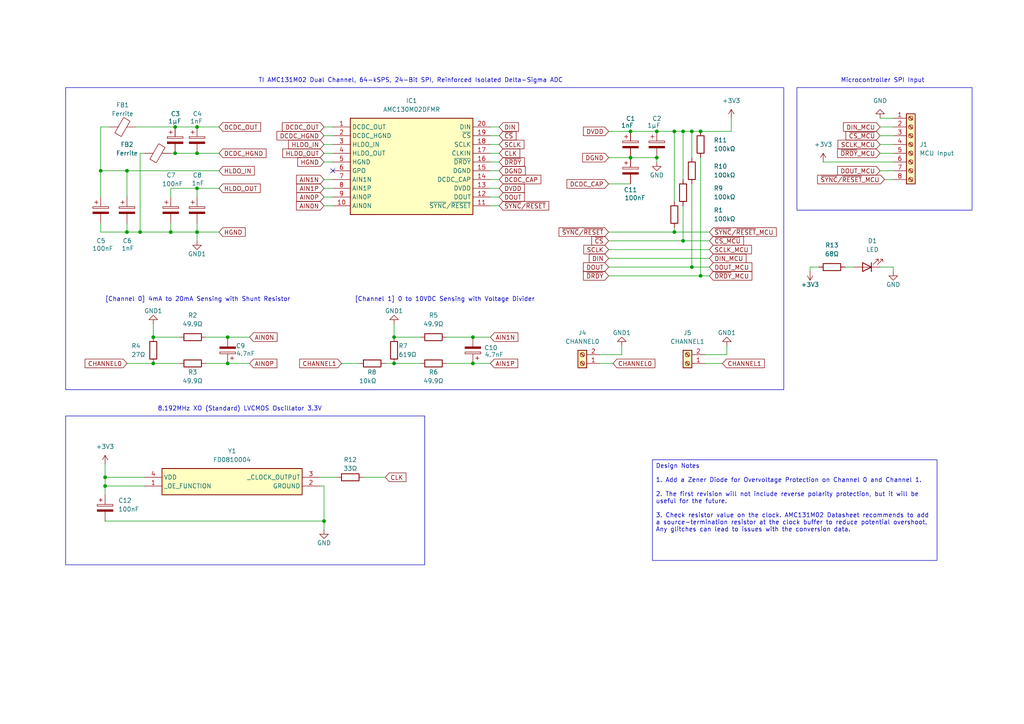
<source format=kicad_sch>
(kicad_sch (version 20230121) (generator eeschema)
  (paper "A4")
  (title_block (title "AMC131M02 Isolated ADC Module") (date "2024-01-29") (rev "1.0") (company "Creed Zagrzebski"))
  (lib_symbols
    (symbol "Connector:Screw_Terminal_01x02" (pin_names (offset 1.016) hide)
      (property "Reference" "J" (at 0 2.54 0))
      (property "Value" "Screw_Terminal_01x02" (at 0 -5.08 0))
      (symbol "Screw_Terminal_01x02_1_1"
        (rectangle (start -1.27 1.27) (end 1.27 -3.81) (stroke (width 0.254)) (fill (type background)))
        (circle (center 0 -2.54) (radius 0.635) (stroke (width 0.1524)))
        (polyline (pts (xy -0.5334 -2.2098) (xy 0.3302 -3.048)) (stroke (width 0.1524)))
        (polyline (pts (xy -0.5334 0.3302) (xy 0.3302 -0.508)) (stroke (width 0.1524)))
        (polyline (pts (xy -0.3556 -2.032) (xy 0.508 -2.8702)) (stroke (width 0.1524)))
        (polyline (pts (xy -0.3556 0.508) (xy 0.508 -0.3302)) (stroke (width 0.1524)))
        (circle (center 0 0) (radius 0.635) (stroke (width 0.1524)))
        (pin passive line (at -5.08 0 0) (length 3.81) (name "Pin_1") (number "1"))
        (pin passive line (at -5.08 -2.54 0) (length 3.81) (name "Pin_2") (number "2"))
      )
    )
    (symbol "Connector:Screw_Terminal_01x08" (pin_names (offset 1.016) hide)
      (property "Reference" "J" (at 0 10.16 0))
      (property "Value" "Screw_Terminal_01x08" (at 0 -12.7 0))
      (symbol "Screw_Terminal_01x08_1_1"
        (rectangle (start -1.27 8.89) (end 1.27 -11.43) (stroke (width 0.254)) (fill (type background)))
        (circle (center 0 -10.16) (radius 0.635) (stroke (width 0.1524)))
        (circle (center 0 -7.62) (radius 0.635) (stroke (width 0.1524)))
        (circle (center 0 -5.08) (radius 0.635) (stroke (width 0.1524)))
        (circle (center 0 -2.54) (radius 0.635) (stroke (width 0.1524)))
        (polyline (pts (xy -0.5334 -9.8298) (xy 0.3302 -10.668)) (stroke (width 0.1524)))
        (polyline (pts (xy -0.5334 -7.2898) (xy 0.3302 -8.128)) (stroke (width 0.1524)))
        (polyline (pts (xy -0.5334 -4.7498) (xy 0.3302 -5.588)) (stroke (width 0.1524)))
        (polyline (pts (xy -0.5334 -2.2098) (xy 0.3302 -3.048)) (stroke (width 0.1524)))
        (polyline (pts (xy -0.5334 0.3302) (xy 0.3302 -0.508)) (stroke (width 0.1524)))
        (polyline (pts (xy -0.5334 2.8702) (xy 0.3302 2.032)) (stroke (width 0.1524)))
        (polyline (pts (xy -0.5334 5.4102) (xy 0.3302 4.572)) (stroke (width 0.1524)))
        (polyline (pts (xy -0.5334 7.9502) (xy 0.3302 7.112)) (stroke (width 0.1524)))
        (polyline (pts (xy -0.3556 -9.652) (xy 0.508 -10.4902)) (stroke (width 0.1524)))
        (polyline (pts (xy -0.3556 -7.112) (xy 0.508 -7.9502)) (stroke (width 0.1524)))
        (polyline (pts (xy -0.3556 -4.572) (xy 0.508 -5.4102)) (stroke (width 0.1524)))
        (polyline (pts (xy -0.3556 -2.032) (xy 0.508 -2.8702)) (stroke (width 0.1524)))
        (polyline (pts (xy -0.3556 0.508) (xy 0.508 -0.3302)) (stroke (width 0.1524)))
        (polyline (pts (xy -0.3556 3.048) (xy 0.508 2.2098)) (stroke (width 0.1524)))
        (polyline (pts (xy -0.3556 5.588) (xy 0.508 4.7498)) (stroke (width 0.1524)))
        (polyline (pts (xy -0.3556 8.128) (xy 0.508 7.2898)) (stroke (width 0.1524)))
        (circle (center 0 0) (radius 0.635) (stroke (width 0.1524)))
        (circle (center 0 2.54) (radius 0.635) (stroke (width 0.1524)))
        (circle (center 0 5.08) (radius 0.635) (stroke (width 0.1524)))
        (circle (center 0 7.62) (radius 0.635) (stroke (width 0.1524)))
        (pin passive line (at -5.08 7.62 0) (length 3.81) (name "Pin_1") (number "1"))
        (pin passive line (at -5.08 5.08 0) (length 3.81) (name "Pin_2") (number "2"))
        (pin passive line (at -5.08 2.54 0) (length 3.81) (name "Pin_3") (number "3"))
        (pin passive line (at -5.08 0 0) (length 3.81) (name "Pin_4") (number "4"))
        (pin passive line (at -5.08 -2.54 0) (length 3.81) (name "Pin_5") (number "5"))
        (pin passive line (at -5.08 -5.08 0) (length 3.81) (name "Pin_6") (number "6"))
        (pin passive line (at -5.08 -7.62 0) (length 3.81) (name "Pin_7") (number "7"))
        (pin passive line (at -5.08 -10.16 0) (length 3.81) (name "Pin_8") (number "8"))
      )
    )
    (symbol "Device:C_Polarized" (pin_numbers hide) (pin_names (offset 0.254))
      (property "Reference" "C" (at 0.635 2.54 0))
      (property "Value" "C_Polarized" (at 0.635 -2.54 0))
      (symbol "C_Polarized_0_1"
        (rectangle (start -2.286 0.508) (end 2.286 1.016))
        (polyline (pts (xy -1.778 2.286) (xy -0.762 2.286)))
        (polyline (pts (xy -1.27 2.794) (xy -1.27 1.778)))
        (rectangle (start 2.286 -0.508) (end -2.286 -1.016) (fill (type outline)))
      )
      (symbol "C_Polarized_1_1"
        (pin passive line (at 0 3.81 270) (length 2.794) (name "~") (number "1"))
        (pin passive line (at 0 -3.81 90) (length 2.794) (name "~") (number "2"))
      )
    )
    (symbol "Device:FerriteBead" (pin_numbers hide) (pin_names (offset 0))
      (property "Reference" "FB" (at -3.81 0.635 90))
      (property "Value" "FerriteBead" (at 3.81 0 90))
      (symbol "FerriteBead_0_1"
        (polyline (pts (xy 0 -1.27) (xy 0 -1.2192)))
        (polyline (pts (xy 0 1.27) (xy 0 1.2954)))
        (polyline (pts (xy -2.7686 0.4064) (xy -1.7018 2.2606) (xy 2.7686 -0.3048) (xy 1.6764 -2.159) (xy -2.7686 0.4064)))
      )
      (symbol "FerriteBead_1_1"
        (pin passive line (at 0 3.81 270) (length 2.54) (name "~") (number "1"))
        (pin passive line (at 0 -3.81 90) (length 2.54) (name "~") (number "2"))
      )
    )
    (symbol "Device:LED" (pin_numbers hide) (pin_names (offset 1.016) hide)
      (property "Reference" "D" (at 0 2.54 0))
      (property "Value" "LED" (at 0 -2.54 0))
      (symbol "LED_0_1"
        (polyline (pts (xy -1.27 -1.27) (xy -1.27 1.27)) (stroke (width 0.254)))
        (polyline (pts (xy -1.27 0) (xy 1.27 0)))
        (polyline (pts (xy 1.27 -1.27) (xy 1.27 1.27) (xy -1.27 0) (xy 1.27 -1.27)) (stroke (width 0.254)))
        (polyline (pts (xy -3.048 -0.762) (xy -4.572 -2.286) (xy -3.81 -2.286) (xy -4.572 -2.286) (xy -4.572 -1.524)))
        (polyline (pts (xy -1.778 -0.762) (xy -3.302 -2.286) (xy -2.54 -2.286) (xy -3.302 -2.286) (xy -3.302 -1.524)))
      )
      (symbol "LED_1_1"
        (pin passive line (at -3.81 0 0) (length 2.54) (name "K") (number "1"))
        (pin passive line (at 3.81 0 180) (length 2.54) (name "A") (number "2"))
      )
    )
    (symbol "Device:R" (pin_numbers hide) (pin_names (offset 0))
      (property "Reference" "R" (at 2.032 0 90))
      (property "Value" "R" (at 0 0 90))
      (symbol "R_0_1"
        (rectangle (start -1.016 -2.54) (end 1.016 2.54) (stroke (width 0.254)))
      )
      (symbol "R_1_1"
        (pin passive line (at 0 3.81 270) (length 1.27) (name "~") (number "1"))
        (pin passive line (at 0 -3.81 90) (length 1.27) (name "~") (number "2"))
      )
    )
    (symbol "LIB_FD0810004:FD0810004"
      (property "Reference" "Y" (at 46.99 7.62 0))
      (property "Value" "FD0810004" (at 46.99 5.08 0))
      (symbol "FD0810004_1_1"
        (rectangle (start 5.08 2.54) (end 45.72 -5.08) (stroke (width 0.254)) (fill (type background)))
        (pin passive line (at 0 -2.54 0) (length 5.08) (name "_OE_FUNCTION") (number "1"))
        (pin passive line (at 50.8 -2.54 180) (length 5.08) (name "GROUND") (number "2"))
        (pin passive line (at 50.8 0 180) (length 5.08) (name "_CLOCK_OUTPUT") (number "3"))
        (pin passive line (at 0 0 0) (length 5.08) (name "VDD") (number "4"))
      )
    )
    (symbol "Lib_AMC130:AMC130M02DFMR"
      (property "Reference" "IC" (at 41.91 7.62 0))
      (property "Value" "AMC130M02DFMR" (at 41.91 5.08 0))
      (symbol "AMC130M02DFMR_1_1"
        (rectangle (start 5.08 2.54) (end 40.64 -25.4) (stroke (width 0.254)) (fill (type background)))
        (pin passive line (at 0 0 0) (length 5.08) (name "DCDC_OUT") (number "1"))
        (pin passive line (at 0 -22.86 0) (length 5.08) (name "AIN0N") (number "10"))
        (pin passive line (at 45.72 -22.86 180) (length 5.08) (name "~{SYNC}/~{RESET}") (number "11"))
        (pin passive line (at 45.72 -20.32 180) (length 5.08) (name "DOUT") (number "12"))
        (pin passive line (at 45.72 -17.78 180) (length 5.08) (name "DVDD") (number "13"))
        (pin passive line (at 45.72 -15.24 180) (length 5.08) (name "DCDC_CAP") (number "14"))
        (pin passive line (at 45.72 -12.7 180) (length 5.08) (name "DGND") (number "15"))
        (pin passive line (at 45.72 -10.16 180) (length 5.08) (name "~{DRDY}") (number "16"))
        (pin passive line (at 45.72 -7.62 180) (length 5.08) (name "CLKIN") (number "17"))
        (pin passive line (at 45.72 -5.08 180) (length 5.08) (name "SCLK") (number "18"))
        (pin passive line (at 45.72 -2.54 180) (length 5.08) (name "~{CS}") (number "19"))
        (pin passive line (at 0 -2.54 0) (length 5.08) (name "DCDC_HGND") (number "2"))
        (pin passive line (at 45.72 0 180) (length 5.08) (name "DIN") (number "20"))
        (pin passive line (at 0 -5.08 0) (length 5.08) (name "HLDO_IN") (number "3"))
        (pin passive line (at 0 -7.62 0) (length 5.08) (name "HLDO_OUT") (number "4"))
        (pin passive line (at 0 -10.16 0) (length 5.08) (name "HGND") (number "5"))
        (pin passive line (at 0 -12.7 0) (length 5.08) (name "GPO") (number "6"))
        (pin passive line (at 0 -15.24 0) (length 5.08) (name "AIN1N") (number "7"))
        (pin passive line (at 0 -17.78 0) (length 5.08) (name "AIN1P") (number "8"))
        (pin passive line (at 0 -20.32 0) (length 5.08) (name "AIN0P") (number "9"))
      )
    )
    (symbol "power:+3V3" (power) (pin_names (offset 0))
      (property "Value" "+3V3" (at 0 3.556 0))
      (symbol "+3V3_0_1"
        (polyline (pts (xy -0.762 1.27) (xy 0 2.54)))
        (polyline (pts (xy 0 0) (xy 0 2.54)))
        (polyline (pts (xy 0 2.54) (xy 0.762 1.27)))
      )
      (symbol "+3V3_1_1"
        (pin power_in line (at 0 0 90) (length 0) hide (name "+3V3") (number "1"))
      )
    )
    (symbol "power:GND" (power) (pin_names (offset 0))
      (property "Value" "GND" (at 0 -3.81 0))
      (symbol "GND_0_1"
        (polyline (pts (xy 0 0) (xy 0 -1.27) (xy 1.27 -1.27) (xy 0 -2.54) (xy -1.27 -1.27) (xy 0 -1.27)))
      )
      (symbol "GND_1_1"
        (pin power_in line (at 0 0 270) (length 0) hide (name "GND") (number "1"))
      )
    )
    (symbol "power:GND1" (power) (pin_names (offset 0))
      (property "Value" "GND1" (at 0 -3.81 0))
      (symbol "GND1_0_1"
        (polyline (pts (xy 0 0) (xy 0 -1.27) (xy 1.27 -1.27) (xy 0 -2.54) (xy -1.27 -1.27) (xy 0 -1.27)))
      )
      (symbol "GND1_1_1"
        (pin power_in line (at 0 0 270) (length 0) hide (name "GND1") (number "1"))
      )
    )
  )
  (junction (at 200.66 77.47))
  (junction (at 50.8 44.45))
  (junction (at 195.58 67.31))
  (junction (at 57.15 54.61))
  (junction (at 203.2 38.1))
  (junction (at 190.5 38.1))
  (junction (at 36.83 49.53))
  (junction (at 114.3 105.41))
  (junction (at 114.3 97.79))
  (junction (at 195.58 38.1))
  (junction (at 66.04 105.41))
  (junction (at 93.98 151.13))
  (junction (at 66.04 97.79))
  (junction (at 200.66 38.1))
  (junction (at 30.48 140.97))
  (junction (at 137.16 97.79))
  (junction (at 198.12 69.85))
  (junction (at 29.21 49.53))
  (junction (at 40.64 67.31))
  (junction (at 57.15 44.45))
  (junction (at 30.48 138.43))
  (junction (at 50.8 36.83))
  (junction (at 190.5 45.72))
  (junction (at 182.88 45.72))
  (junction (at 36.83 67.31))
  (junction (at 137.16 105.41))
  (junction (at 198.12 38.1))
  (junction (at 57.15 36.83))
  (junction (at 182.88 38.1))
  (junction (at 57.15 67.31))
  (junction (at 44.45 97.79))
  (junction (at 49.53 67.31))
  (junction (at 44.45 105.41))
  (junction (at 203.2 80.01))
  (no_connect (at 96.52 49.53))
  (wire (pts (xy 255.27 44.45) (xy 259.08 44.45)))
  (wire (pts (xy 129.54 105.41) (xy 137.16 105.41)))
  (wire (pts (xy 238.76 46.99) (xy 259.08 46.99)))
  (wire (pts (xy 93.98 52.07) (xy 96.52 52.07)))
  (wire (pts (xy 30.48 140.97) (xy 30.48 143.51)))
  (wire (pts (xy 93.98 44.45) (xy 96.52 44.45)))
  (wire (pts (xy 255.27 41.91) (xy 259.08 41.91)))
  (wire (pts (xy 190.5 38.1) (xy 195.58 38.1)))
  (wire (pts (xy 93.98 59.69) (xy 96.52 59.69)))
  (wire (pts (xy 176.53 67.31) (xy 195.58 67.31)))
  (wire (pts (xy 57.15 36.83) (xy 63.5 36.83)))
  (wire (pts (xy 93.98 57.15) (xy 96.52 57.15)))
  (wire (pts (xy 195.58 38.1) (xy 195.58 58.42)))
  (wire (pts (xy 49.53 44.45) (xy 50.8 44.45)))
  (wire (pts (xy 44.45 105.41) (xy 52.07 105.41)))
  (wire (pts (xy 57.15 44.45) (xy 63.5 44.45)))
  (wire (pts (xy 182.88 38.1) (xy 190.5 38.1)))
  (wire (pts (xy 142.24 52.07) (xy 144.78 52.07)))
  (wire (pts (xy 212.09 34.29) (xy 212.09 38.1)))
  (wire (pts (xy 30.48 134.62) (xy 30.48 138.43)))
  (wire (pts (xy 93.98 41.91) (xy 96.52 41.91)))
  (wire (pts (xy 204.47 102.87) (xy 210.82 102.87)))
  (wire (pts (xy 99.06 105.41) (xy 104.14 105.41)))
  (wire (pts (xy 142.24 49.53) (xy 144.78 49.53)))
  (wire (pts (xy 198.12 69.85) (xy 205.74 69.85)))
  (wire (pts (xy 44.45 93.98) (xy 44.45 97.79)))
  (wire (pts (xy 31.75 36.83) (xy 29.21 36.83)))
  (wire (pts (xy 49.53 67.31) (xy 57.15 67.31)))
  (wire (pts (xy 176.53 69.85) (xy 198.12 69.85)))
  (wire (pts (xy 195.58 66.04) (xy 195.58 67.31)))
  (wire (pts (xy 30.48 151.13) (xy 93.98 151.13)))
  (wire (pts (xy 200.66 38.1) (xy 203.2 38.1)))
  (wire (pts (xy 129.54 97.79) (xy 137.16 97.79)))
  (wire (pts (xy 36.83 64.77) (xy 36.83 67.31)))
  (wire (pts (xy 142.24 36.83) (xy 144.78 36.83)))
  (wire (pts (xy 203.2 45.72) (xy 203.2 80.01)))
  (wire (pts (xy 44.45 97.79) (xy 52.07 97.79)))
  (wire (pts (xy 195.58 67.31) (xy 205.74 67.31)))
  (wire (pts (xy 234.95 78.74) (xy 234.95 77.47)))
  (wire (pts (xy 93.98 36.83) (xy 96.52 36.83)))
  (wire (pts (xy 176.53 38.1) (xy 182.88 38.1)))
  (wire (pts (xy 57.15 54.61) (xy 49.53 54.61)))
  (wire (pts (xy 114.3 93.98) (xy 114.3 97.79)))
  (wire (pts (xy 93.98 151.13) (xy 93.98 153.67)))
  (wire (pts (xy 245.11 77.47) (xy 247.65 77.47)))
  (wire (pts (xy 93.98 140.97) (xy 93.98 151.13)))
  (wire (pts (xy 195.58 38.1) (xy 198.12 38.1)))
  (wire (pts (xy 176.53 80.01) (xy 203.2 80.01)))
  (wire (pts (xy 204.47 105.41) (xy 209.55 105.41)))
  (wire (pts (xy 255.27 77.47) (xy 259.08 77.47)))
  (wire (pts (xy 182.88 45.72) (xy 190.5 45.72)))
  (wire (pts (xy 176.53 72.39) (xy 205.74 72.39)))
  (wire (pts (xy 36.83 49.53) (xy 63.5 49.53)))
  (wire (pts (xy 198.12 38.1) (xy 198.12 52.07)))
  (wire (pts (xy 59.69 105.41) (xy 66.04 105.41)))
  (wire (pts (xy 40.64 67.31) (xy 49.53 67.31)))
  (wire (pts (xy 39.37 36.83) (xy 50.8 36.83)))
  (wire (pts (xy 57.15 64.77) (xy 57.15 67.31)))
  (wire (pts (xy 57.15 54.61) (xy 57.15 57.15)))
  (wire (pts (xy 105.41 138.43) (xy 111.76 138.43)))
  (wire (pts (xy 173.99 105.41) (xy 177.8 105.41)))
  (wire (pts (xy 30.48 138.43) (xy 30.48 140.97)))
  (wire (pts (xy 176.53 53.34) (xy 182.88 53.34)))
  (wire (pts (xy 36.83 49.53) (xy 36.83 57.15)))
  (wire (pts (xy 41.91 44.45) (xy 40.64 44.45)))
  (wire (pts (xy 259.08 52.07) (xy 256.54 52.07)))
  (wire (pts (xy 180.34 102.87) (xy 173.99 102.87)))
  (wire (pts (xy 50.8 44.45) (xy 57.15 44.45)))
  (wire (pts (xy 36.83 105.41) (xy 44.45 105.41)))
  (wire (pts (xy 142.24 39.37) (xy 144.78 39.37)))
  (wire (pts (xy 180.34 100.33) (xy 180.34 102.87)))
  (wire (pts (xy 29.21 49.53) (xy 36.83 49.53)))
  (wire (pts (xy 49.53 54.61) (xy 49.53 57.15)))
  (wire (pts (xy 142.24 57.15) (xy 144.78 57.15)))
  (wire (pts (xy 176.53 74.93) (xy 205.74 74.93)))
  (wire (pts (xy 114.3 97.79) (xy 121.92 97.79)))
  (wire (pts (xy 36.83 67.31) (xy 40.64 67.31)))
  (wire (pts (xy 57.15 67.31) (xy 57.15 69.85)))
  (wire (pts (xy 142.24 44.45) (xy 144.78 44.45)))
  (wire (pts (xy 255.27 49.53) (xy 259.08 49.53)))
  (wire (pts (xy 255.27 36.83) (xy 259.08 36.83)))
  (wire (pts (xy 200.66 77.47) (xy 205.74 77.47)))
  (wire (pts (xy 30.48 140.97) (xy 41.91 140.97)))
  (wire (pts (xy 50.8 36.83) (xy 57.15 36.83)))
  (wire (pts (xy 57.15 67.31) (xy 63.5 67.31)))
  (wire (pts (xy 93.98 46.99) (xy 96.52 46.99)))
  (wire (pts (xy 111.76 105.41) (xy 114.3 105.41)))
  (wire (pts (xy 200.66 53.34) (xy 200.66 77.47)))
  (wire (pts (xy 198.12 38.1) (xy 200.66 38.1)))
  (wire (pts (xy 259.08 34.29) (xy 255.27 34.29)))
  (wire (pts (xy 92.71 138.43) (xy 97.79 138.43)))
  (wire (pts (xy 93.98 54.61) (xy 96.52 54.61)))
  (wire (pts (xy 210.82 102.87) (xy 210.82 100.33)))
  (wire (pts (xy 203.2 38.1) (xy 212.09 38.1)))
  (wire (pts (xy 198.12 59.69) (xy 198.12 69.85)))
  (wire (pts (xy 259.08 77.47) (xy 259.08 78.74)))
  (wire (pts (xy 142.24 59.69) (xy 144.78 59.69)))
  (wire (pts (xy 93.98 39.37) (xy 96.52 39.37)))
  (wire (pts (xy 176.53 45.72) (xy 182.88 45.72)))
  (wire (pts (xy 29.21 67.31) (xy 36.83 67.31)))
  (wire (pts (xy 255.27 39.37) (xy 259.08 39.37)))
  (wire (pts (xy 92.71 140.97) (xy 93.98 140.97)))
  (wire (pts (xy 176.53 77.47) (xy 200.66 77.47)))
  (wire (pts (xy 29.21 49.53) (xy 29.21 57.15)))
  (wire (pts (xy 190.5 45.72) (xy 190.5 46.99)))
  (wire (pts (xy 40.64 44.45) (xy 40.64 67.31)))
  (wire (pts (xy 66.04 97.79) (xy 72.39 97.79)))
  (wire (pts (xy 66.04 105.41) (xy 72.39 105.41)))
  (wire (pts (xy 137.16 105.41) (xy 142.24 105.41)))
  (wire (pts (xy 63.5 54.61) (xy 57.15 54.61)))
  (wire (pts (xy 59.69 97.79) (xy 66.04 97.79)))
  (wire (pts (xy 30.48 138.43) (xy 41.91 138.43)))
  (wire (pts (xy 142.24 46.99) (xy 144.78 46.99)))
  (wire (pts (xy 234.95 77.47) (xy 237.49 77.47)))
  (wire (pts (xy 200.66 38.1) (xy 200.66 45.72)))
  (wire (pts (xy 29.21 64.77) (xy 29.21 67.31)))
  (wire (pts (xy 137.16 97.79) (xy 142.24 97.79)))
  (wire (pts (xy 49.53 64.77) (xy 49.53 67.31)))
  (wire (pts (xy 203.2 80.01) (xy 205.74 80.01)))
  (wire (pts (xy 142.24 41.91) (xy 144.78 41.91)))
  (wire (pts (xy 29.21 36.83) (xy 29.21 49.53)))
  (wire (pts (xy 114.3 105.41) (xy 121.92 105.41)))
  (wire (pts (xy 142.24 54.61) (xy 144.78 54.61)))
  (rectangle (start 19.05 25.4) (end 227.33 113.03))
  (rectangle (start 231.14 25.4) (end 281.94 60.96))
  (rectangle (start 19.05 120.65) (end 123.19 163.83))
  (text_box "Design Notes\n\n1. Add a Zener Diode for Overvoltage Protection on Channel 0 and Channel 1.\n\n2. The first revision will not include reverse polarity protection, but it will be useful for the future.\n\n3. Check resistor value on the clock. AMC131M02 Datasheet recommends to add a source-termination resistor at the clock buffer to reduce potential overshoot. Any glitches can lead to issues with the conversion data." (at 189.23 133.35 0) (size 82.55 29.21) (effects (font (size 1.27 1.27)) (justify left top)))
  (text "8.192MHz XO (Standard) LVCMOS Oscillator 3.3V" (at 45.72 119.38 0) (effects (font (size 1.27 1.27)) (justify left bottom)))
  (text "[Channel 0] 4mA to 20mA Sensing with Shunt Resistor\n" (at 30.48 87.63 0) (effects (font (size 1.27 1.27)) (justify left bottom)))
  (text "[Channel 1] 0 to 10VDC Sensing with Voltage Divider" (at 102.87 87.63 0) (effects (font (size 1.27 1.27)) (justify left bottom)))
  (text "TI AMC131M02 Dual Channel, 64-kSPS, 24-Bit SPI, Reinforced Isolated Delta-Sigma ADC" (at 74.93 24.13 0) (effects (font (size 1.27 1.27)) (justify left bottom)))
  (text "Microcontroller SPI Input" (at 243.84 24.13 0) (effects (font (size 1.27 1.27)) (justify left bottom)))
  (global_label "DOUT" (shape input) (at 176.53 77.47 180) (property "Intersheetrefs" "${INTERSHEET_REFS}" (effects hide)))
  (global_label "~{DRDY}_MCU" (shape input) (at 205.74 80.01 0) (property "Intersheetrefs" "${INTERSHEET_REFS}" (effects hide)))
  (global_label "DVDD" (shape input) (at 144.78 54.61 0) (property "Intersheetrefs" "${INTERSHEET_REFS}" (effects hide)))
  (global_label "DIN" (shape input) (at 144.78 36.83 0) (property "Intersheetrefs" "${INTERSHEET_REFS}" (effects hide)))
  (global_label "HGND" (shape input) (at 63.5 67.31 0) (property "Intersheetrefs" "${INTERSHEET_REFS}" (effects hide)))
  (global_label "CLK" (shape input) (at 144.78 44.45 0) (property "Intersheetrefs" "${INTERSHEET_REFS}" (effects hide)))
  (global_label "DCDC_OUT" (shape input) (at 93.98 36.83 180) (property "Intersheetrefs" "${INTERSHEET_REFS}" (effects hide)))
  (global_label "DOUT" (shape input) (at 144.78 57.15 0) (property "Intersheetrefs" "${INTERSHEET_REFS}" (effects hide)))
  (global_label "DIN_MCU" (shape input) (at 205.74 74.93 0) (property "Intersheetrefs" "${INTERSHEET_REFS}" (effects hide)))
  (global_label "DIN_MCU" (shape input) (at 255.27 36.83 180) (property "Intersheetrefs" "${INTERSHEET_REFS}" (effects hide)))
  (global_label "AIN1P" (shape input) (at 142.24 105.41 0) (property "Intersheetrefs" "${INTERSHEET_REFS}" (effects hide)))
  (global_label "AIN0N" (shape input) (at 93.98 59.69 180) (property "Intersheetrefs" "${INTERSHEET_REFS}" (effects hide)))
  (global_label "SCLK_MCU" (shape input) (at 255.27 41.91 180) (property "Intersheetrefs" "${INTERSHEET_REFS}" (effects hide)))
  (global_label "CHANNEL0" (shape input) (at 36.83 105.41 180) (property "Intersheetrefs" "${INTERSHEET_REFS}" (effects hide)))
  (global_label "~{SYNC}{slash}~{RESET}_MCU" (shape input) (at 256.54 52.07 180) (property "Intersheetrefs" "${INTERSHEET_REFS}" (effects hide)))
  (global_label "AIN1P" (shape input) (at 93.98 54.61 180) (property "Intersheetrefs" "${INTERSHEET_REFS}" (effects hide)))
  (global_label "~{DRDY}" (shape input) (at 144.78 46.99 0) (property "Intersheetrefs" "${INTERSHEET_REFS}" (effects hide)))
  (global_label "~{CS_MCU}" (shape input) (at 205.74 69.85 0) (property "Intersheetrefs" "${INTERSHEET_REFS}" (effects hide)))
  (global_label "DGND" (shape input) (at 144.78 49.53 0) (property "Intersheetrefs" "${INTERSHEET_REFS}" (effects hide)))
  (global_label "HLDO_IN" (shape input) (at 93.98 41.91 180) (property "Intersheetrefs" "${INTERSHEET_REFS}" (effects hide)))
  (global_label "SCLK_MCU" (shape input) (at 205.74 72.39 0) (property "Intersheetrefs" "${INTERSHEET_REFS}" (effects hide)))
  (global_label "~{SYNC}{slash}~{RESET}" (shape input) (at 176.53 67.31 180) (property "Intersheetrefs" "${INTERSHEET_REFS}" (effects hide)))
  (global_label "SCLK" (shape input) (at 176.53 72.39 180) (property "Intersheetrefs" "${INTERSHEET_REFS}" (effects hide)))
  (global_label "CHANNEL0" (shape input) (at 177.8 105.41 0) (property "Intersheetrefs" "${INTERSHEET_REFS}" (effects hide)))
  (global_label "CHANNEL1" (shape input) (at 99.06 105.41 180) (property "Intersheetrefs" "${INTERSHEET_REFS}" (effects hide)))
  (global_label "DCDC_HGND" (shape input) (at 93.98 39.37 180) (property "Intersheetrefs" "${INTERSHEET_REFS}" (effects hide)))
  (global_label "DIN" (shape input) (at 176.53 74.93 180) (property "Intersheetrefs" "${INTERSHEET_REFS}" (effects hide)))
  (global_label "HLDO_OUT" (shape input) (at 93.98 44.45 180) (property "Intersheetrefs" "${INTERSHEET_REFS}" (effects hide)))
  (global_label "~{SYNC}{slash}~{RESET}" (shape input) (at 144.78 59.69 0) (property "Intersheetrefs" "${INTERSHEET_REFS}" (effects hide)))
  (global_label "~{CS_MCU}" (shape input) (at 255.27 39.37 180) (property "Intersheetrefs" "${INTERSHEET_REFS}" (effects hide)))
  (global_label "DCDC_OUT" (shape input) (at 63.5 36.83 0) (property "Intersheetrefs" "${INTERSHEET_REFS}" (effects hide)))
  (global_label "DOUT_MCU" (shape input) (at 255.27 49.53 180) (property "Intersheetrefs" "${INTERSHEET_REFS}" (effects hide)))
  (global_label "CHANNEL1" (shape input) (at 209.55 105.41 0) (property "Intersheetrefs" "${INTERSHEET_REFS}" (effects hide)))
  (global_label "~{DRDY}_MCU" (shape input) (at 255.27 44.45 180) (property "Intersheetrefs" "${INTERSHEET_REFS}" (effects hide)))
  (global_label "SCLK" (shape input) (at 144.78 41.91 0) (property "Intersheetrefs" "${INTERSHEET_REFS}" (effects hide)))
  (global_label "DOUT_MCU" (shape input) (at 205.74 77.47 0) (property "Intersheetrefs" "${INTERSHEET_REFS}" (effects hide)))
  (global_label "~{SYNC}{slash}~{RESET}_MCU" (shape input) (at 205.74 67.31 0) (property "Intersheetrefs" "${INTERSHEET_REFS}" (effects hide)))
  (global_label "AIN0P" (shape input) (at 93.98 57.15 180) (property "Intersheetrefs" "${INTERSHEET_REFS}" (effects hide)))
  (global_label "HLDO_OUT" (shape input) (at 63.5 54.61 0) (property "Intersheetrefs" "${INTERSHEET_REFS}" (effects hide)))
  (global_label "AIN0P" (shape input) (at 72.39 105.41 0) (property "Intersheetrefs" "${INTERSHEET_REFS}" (effects hide)))
  (global_label "HLDO_IN" (shape input) (at 63.5 49.53 0) (property "Intersheetrefs" "${INTERSHEET_REFS}" (effects hide)))
  (global_label "DCDC_HGND" (shape input) (at 63.5 44.45 0) (property "Intersheetrefs" "${INTERSHEET_REFS}" (effects hide)))
  (global_label "DVDD" (shape input) (at 176.53 38.1 180) (property "Intersheetrefs" "${INTERSHEET_REFS}" (effects hide)))
  (global_label "DGND" (shape input) (at 176.53 45.72 180) (property "Intersheetrefs" "${INTERSHEET_REFS}" (effects hide)))
  (global_label "DCDC_CAP" (shape input) (at 176.53 53.34 180) (property "Intersheetrefs" "${INTERSHEET_REFS}" (effects hide)))
  (global_label "~{CS}" (shape input) (at 144.78 39.37 0) (property "Intersheetrefs" "${INTERSHEET_REFS}" (effects hide)))
  (global_label "HGND" (shape input) (at 93.98 46.99 180) (property "Intersheetrefs" "${INTERSHEET_REFS}" (effects hide)))
  (global_label "DCDC_CAP" (shape input) (at 144.78 52.07 0) (property "Intersheetrefs" "${INTERSHEET_REFS}" (effects hide)))
  (global_label "~{CS}" (shape input) (at 176.53 69.85 180) (property "Intersheetrefs" "${INTERSHEET_REFS}" (effects hide)))
  (global_label "AIN1N" (shape input) (at 93.98 52.07 180) (property "Intersheetrefs" "${INTERSHEET_REFS}" (effects hide)))
  (global_label "~{DRDY}" (shape input) (at 176.53 80.01 180) (property "Intersheetrefs" "${INTERSHEET_REFS}" (effects hide)))
  (global_label "AIN0N" (shape input) (at 72.39 97.79 0) (property "Intersheetrefs" "${INTERSHEET_REFS}" (effects hide)))
  (global_label "CLK" (shape input) (at 111.76 138.43 0) (property "Intersheetrefs" "${INTERSHEET_REFS}" (effects hide)))
  (global_label "AIN1N" (shape input) (at 142.24 97.79 0) (property "Intersheetrefs" "${INTERSHEET_REFS}" (effects hide)))
  (symbol (lib_id "Device:C_Polarized") (at 50.8 40.64 0) (unit 1)
    (property "Reference" "C3" (at 49.53 33.02 0) (effects (justify left)))
    (property "Value" "1µF" (at 48.7766 35.1643 0) (effects (justify left)))
    (property "Footprint" "Resistor_SMD:R_0805_2012Metric" (effects hide))
    (property "Datasheet" "https://www.digikey.com/en/products/detail/samsung-electro-mechanics/CL21B105KBFNNNE/3886687" (effects hide))
    (property "DigiKey_Part_Number" "1276-1029-1-ND" (effects hide))
  )
  (symbol (lib_id "Device:C_Polarized") (at 36.83 60.96 0) (unit 1)
    (property "Reference" "C6" (at 35.56 69.85 0) (effects (justify left)))
    (property "Value" "1nF" (at 35.2195 72.0335 0) (effects (justify left)))
    (property "Footprint" "Resistor_SMD:R_0805_2012Metric" (effects hide))
    (property "Datasheet" "https://www.digikey.com/en/products/detail/kemet/C0805C102K5RAC7800/411146" (effects hide))
    (property "DigiKey_Part_Number" "399-C0805C102K5RAC7800CT-ND" (effects hide))
  )
  (symbol (lib_id "Device:R") (at 200.66 49.53 0) (unit 1)
    (property "Reference" "R10" (at 207.01 48.26 0) (effects (justify left)))
    (property "Value" "100kΩ" (at 207.01 50.8 0) (effects (justify left)))
    (property "Footprint" "Resistor_SMD:R_0805_2012Metric" (effects hide))
    (property "Datasheet" "https://www.digikey.com/en/products/detail/yageo/RC0805FR-07100KL/727544" (effects hide))
    (property "DigiKey_Part_Number" "311-100KCRCT-ND" (effects hide))
  )
  (symbol (lib_id "Device:R") (at 55.88 97.79 90) (unit 1)
    (property "Reference" "R2" (at 55.88 91.44 90))
    (property "Value" "49.9Ω" (at 55.88 93.98 90))
    (property "Footprint" "Resistor_SMD:R_0805_2012Metric" (effects hide))
    (property "Datasheet" "https://www.digikey.com/en/products/detail/panasonic-electronic-components/ERJ-6ENF49R9V/111027" (effects hide))
    (property "DigiKey_Part_Number" "P49.9CCT-ND" (effects hide))
  )
  (symbol (lib_id "Device:R") (at 125.73 97.79 90) (unit 1)
    (property "Reference" "R5" (at 125.73 91.44 90))
    (property "Value" "49.9Ω" (at 125.73 93.98 90))
    (property "Footprint" "Resistor_SMD:R_0805_2012Metric" (effects hide))
    (property "Datasheet" "https://www.digikey.com/en/products/detail/panasonic-electronic-components/ERJ-6ENF49R9V/111027" (effects hide))
    (property "DigiKey_Part_Number" "P49.9CCT-ND" (effects hide))
  )
  (symbol (lib_id "Device:C_Polarized") (at 137.16 101.6 180) (unit 1)
    (property "Reference" "C10" (at 144.3428 100.8808 0) (effects (justify left)))
    (property "Value" "4.7nF" (at 146.05 102.87 0) (effects (justify left)))
    (property "Footprint" "Resistor_SMD:R_0805_2012Metric" (effects hide))
    (property "Datasheet" "https://www.digikey.com/en/products/detail/murata-electronics/GRM2165C1H472JA01D/666693" (effects hide))
    (property "DigiKey_Part_Number" "490-3044-1-ND" (effects hide))
  )
  (symbol (lib_id "power:GND1") (at 114.3 93.98 180) (unit 1)
    (property "Reference" "#PWR09" (effects hide))
    (property "Value" "GND1" (at 114.3 90.17 0))
  )
  (symbol (lib_id "Device:C_Polarized") (at 57.15 40.64 0) (unit 1)
    (property "Reference" "C4" (at 55.88 33.02 0) (effects (justify left)))
    (property "Value" "1nF" (at 55.1266 35.1643 0) (effects (justify left)))
    (property "Footprint" "Resistor_SMD:R_0805_2012Metric" (effects hide))
    (property "Datasheet" "https://www.digikey.com/en/products/detail/kemet/C0805C102K5RAC7800/411146" (effects hide))
    (property "DigiKey_Part_Number" "399-C0805C102K5RAC7800CT-ND" (effects hide))
  )
  (symbol (lib_id "Device:LED") (at 251.46 77.47 180) (unit 1)
    (property "Reference" "D1" (at 253.0475 69.85 0))
    (property "Value" "LED" (at 253.0475 72.39 0))
    (property "Footprint" "Resistor_SMD:R_0805_2012Metric" (effects hide))
    (property "Datasheet" "https://www.digikey.com/en/products/detail/w%C3%BCrth-elektronik/150080SS75000/4489921" (effects hide))
    (property "DigiKey_Part_Number" "732-4985-1-ND " (effects hide))
  )
  (symbol (lib_id "Device:C_Polarized") (at 57.15 60.96 0) (unit 1)
    (property "Reference" "C8" (at 55.88 50.8 0) (effects (justify left)))
    (property "Value" "1nF" (at 55.575 53.1574 0) (effects (justify left)))
    (property "Footprint" "Resistor_SMD:R_0805_2012Metric" (effects hide))
    (property "Datasheet" "https://www.digikey.com/en/products/detail/kemet/C0805C102K5RAC7800/411146" (effects hide))
    (property "DigiKey_Part_Number" "399-C0805C102K5RAC7800CT-ND" (effects hide))
  )
  (symbol (lib_id "Device:R") (at 198.12 55.88 0) (unit 1)
    (property "Reference" "R9" (at 207.01 54.61 0) (effects (justify left)))
    (property "Value" "100kΩ" (at 207.01 57.15 0) (effects (justify left)))
    (property "Footprint" "Resistor_SMD:R_0805_2012Metric" (effects hide))
    (property "Datasheet" "https://www.digikey.com/en/products/detail/yageo/RC0805FR-07100KL/727544" (effects hide))
    (property "DigiKey_Part_Number" "311-100KCRCT-ND" (effects hide))
  )
  (symbol (lib_id "Device:FerriteBead") (at 45.72 44.45 90) (unit 1)
    (property "Reference" "FB2" (at 36.83 41.91 90))
    (property "Value" "Ferrite" (at 36.83 44.45 90))
    (property "Footprint" "Resistor_SMD:R_0805_2012Metric" (effects hide))
    (property "Datasheet" "https://www.digikey.com/en/products/detail/w%C3%BCrth-elektronik/742792090/1639012" (effects hide))
    (property "DigiKey_Part_Number" "732-1608-1-ND" (effects hide))
  )
  (symbol (lib_id "LIB_FD0810004:FD0810004") (at 41.91 138.43 0) (unit 1)
    (property "Reference" "Y1" (at 67.31 130.81 0))
    (property "Value" "FD0810004" (at 67.31 133.35 0))
    (property "Footprint" "Custom:FD0810004" (effects hide))
    (property "Datasheet" "https://www.digikey.com/en/products/detail/diodes-incorporated/FD0810004/2684041" (effects hide))
    (property "Height" "1.3" (effects hide))
    (property "Mouser Part Number" "621-FD0810004" (effects hide))
    (property "Mouser Price/Stock" "https://www.mouser.co.uk/ProductDetail/Diodes-Incorporated/FD0810004?qs=FYmA7lrD2lVzUHY%252Bf%252BYj%252BA%3D%3D" (effects hide))
    (property "Manufacturer_Name" "Diodes Incorporated" (effects hide))
    (property "Manufacturer_Part_Number" "FD0810004" (effects hide))
    (property "DigiKey_Part_Number" "FD0810004-ND" (effects hide))
  )
  (symbol (lib_id "Device:R") (at 114.3 101.6 180) (unit 1)
    (property "Reference" "R7" (at 115.57 100.33 0) (effects (justify right)))
    (property "Value" "619Ω" (at 115.57 102.87 0) (effects (justify right)))
    (property "Footprint" "Resistor_SMD:R_0805_2012Metric" (effects hide))
    (property "Datasheet" "https://www.digikey.com/en/products/detail/yageo/RC0805FR-07619RL/728079" (effects hide))
    (property "DigiKey_Part_Number" "311-619CRCT-ND" (effects hide))
  )
  (symbol (lib_id "power:GND1") (at 44.45 93.98 180) (unit 1)
    (property "Reference" "#PWR08" (effects hide))
    (property "Value" "GND1" (at 44.45 90.17 0))
  )
  (symbol (lib_id "Device:C_Polarized") (at 182.88 49.53 0) (unit 1)
    (property "Reference" "C11" (at 180.92 55.0691 0) (effects (justify left)))
    (property "Value" "100nF" (at 181.1108 57.4062 0) (effects (justify left)))
    (property "Footprint" "Resistor_SMD:R_0805_2012Metric" (effects hide))
    (property "Datasheet" "https://www.digikey.com/en/products/detail/yageo/CC0805KRX7R9BB104/302874" (effects hide))
    (property "DigiKey_Part_Number" "311-1140-1-ND" (effects hide))
  )
  (symbol (lib_id "power:GND") (at 190.5 46.99 0) (unit 1)
    (property "Reference" "#PWR02" (effects hide))
    (property "Value" "GND" (at 190.5 50.8 0))
  )
  (symbol (lib_id "Device:R") (at 241.3 77.47 90) (unit 1)
    (property "Reference" "R13" (at 241.3 71.12 90))
    (property "Value" "68Ω" (at 241.3 73.66 90))
    (property "Footprint" "Resistor_SMD:R_0805_2012Metric" (effects hide))
    (property "Datasheet" "https://www.digikey.com/en/products/detail/vishay-dale/CRCW080568R0FKEAC/7922338" (effects hide))
    (property "DigiKey_Part_Number" "541-CRCW080568R0FKEACCT-ND" (effects hide))
  )
  (symbol (lib_id "Device:R") (at 101.6 138.43 90) (unit 1)
    (property "Reference" "R12" (at 101.6 133.35 90))
    (property "Value" "33Ω" (at 101.6 135.89 90))
    (property "Footprint" "Resistor_SMD:R_0805_2012Metric" (effects hide))
    (property "Datasheet" "https://www.digikey.com/en/products/detail/vishay-dale/CRCW080533R0FKEA/1175466" (effects hide))
    (property "DigiKey_Part_Number" "541-33.0CCT-ND" (effects hide))
  )
  (symbol (lib_id "Connector:Screw_Terminal_01x02") (at 199.39 105.41 180) (unit 1)
    (property "Reference" "J5" (at 199.39 96.52 0))
    (property "Value" "CHANNEL1" (at 199.39 99.06 0))
    (property "Footprint" "Custom:CUI_TB001-500-02BE" (effects hide))
    (property "Datasheet" "https://www.digikey.com/en/products/detail/cui-devices/TB001-500-02BE/10064058" (effects hide))
    (property "DigiKey_Part_Number" "102-6134-ND" (effects hide))
  )
  (symbol (lib_id "Device:C_Polarized") (at 182.88 41.91 0) (unit 1)
    (property "Reference" "C1" (at 181.5569 34.4014 0) (effects (justify left)))
    (property "Value" "1nF" (at 180.1216 36.3887 0) (effects (justify left)))
    (property "Footprint" "Resistor_SMD:R_0805_2012Metric" (effects hide))
    (property "Datasheet" "https://www.digikey.com/en/products/detail/kemet/C0805C102K5RAC7800/411146" (effects hide))
    (property "DigiKey_Part_Number" "399-C0805C102K5RAC7800CT-ND" (effects hide))
  )
  (symbol (lib_id "Device:R") (at 55.88 105.41 90) (unit 1)
    (property "Reference" "R3" (at 55.88 107.95 90))
    (property "Value" "49.9Ω" (at 55.88 110.49 90))
    (property "Footprint" "Resistor_SMD:R_0805_2012Metric" (effects hide))
    (property "Datasheet" "https://www.digikey.com/en/products/detail/panasonic-electronic-components/ERJ-6ENF49R9V/111027" (effects hide))
    (property "DigiKey_Part_Number" "P49.9CCT-ND" (effects hide))
  )
  (symbol (lib_id "power:+3V3") (at 30.48 134.62 0) (unit 1)
    (property "Reference" "#PWR04" (effects hide))
    (property "Value" "+3V3" (at 30.48 129.54 0))
  )
  (symbol (lib_id "power:+3V3") (at 234.95 78.74 180) (unit 1)
    (property "Reference" "#PWR013" (effects hide))
    (property "Value" "+3V3" (at 234.95 82.55 0))
  )
  (symbol (lib_id "Device:R") (at 107.95 105.41 270) (unit 1)
    (property "Reference" "R8" (at 109.22 107.95 90) (effects (justify right)))
    (property "Value" "10kΩ" (at 109.22 110.49 90) (effects (justify right)))
    (property "Footprint" "Resistor_SMD:R_0805_2012Metric" (effects hide))
    (property "Datasheet" "https://www.digikey.com/en/products/detail/panasonic-electronic-components/ERA-6AEB103V/1465773" (effects hide))
    (property "DigiKey_Part_Number" "P10KDACT-ND " (effects hide))
  )
  (symbol (lib_id "power:GND1") (at 210.82 100.33 180) (unit 1)
    (property "Reference" "#PWR011" (effects hide))
    (property "Value" "GND1" (at 210.82 96.52 0))
  )
  (symbol (lib_id "Device:R") (at 125.73 105.41 90) (unit 1)
    (property "Reference" "R6" (at 125.73 107.95 90))
    (property "Value" "49.9Ω" (at 125.73 110.49 90))
    (property "Footprint" "Resistor_SMD:R_0805_2012Metric" (effects hide))
    (property "Datasheet" "https://www.digikey.com/en/products/detail/panasonic-electronic-components/ERJ-6ENF49R9V/111027" (effects hide))
    (property "DigiKey_Part_Number" "P49.9CCT-ND" (effects hide))
  )
  (symbol (lib_id "power:+3V3") (at 212.09 34.29 0) (unit 1)
    (property "Reference" "#PWR01" (effects hide))
    (property "Value" "+3V3" (at 212.09 29.21 0))
  )
  (symbol (lib_id "Device:R") (at 195.58 62.23 0) (unit 1)
    (property "Reference" "R1" (at 207.01 60.96 0) (effects (justify left)))
    (property "Value" "100kΩ" (at 207.01 63.5 0) (effects (justify left)))
    (property "Footprint" "Resistor_SMD:R_0805_2012Metric" (effects hide))
    (property "Datasheet" "https://www.digikey.com/en/products/detail/yageo/RC0805FR-07100KL/727544" (effects hide))
    (property "DigiKey_Part_Number" "311-100KCRCT-ND" (effects hide))
  )
  (symbol (lib_id "Device:FerriteBead") (at 35.56 36.83 90) (unit 1)
    (property "Reference" "FB1" (at 35.56 30.48 90))
    (property "Value" "Ferrite" (at 35.56 33.02 90))
    (property "Footprint" "Resistor_SMD:R_0805_2012Metric" (effects hide))
    (property "Datasheet" "https://www.digikey.com/en/products/detail/w%C3%BCrth-elektronik/742792090/1639012" (effects hide))
    (property "DigiKey_Part_Number" "732-1608-1-ND" (effects hide))
  )
  (symbol (lib_id "Device:C_Polarized") (at 29.21 60.96 0) (unit 1)
    (property "Reference" "C5" (at 27.94 69.85 0) (effects (justify left)))
    (property "Value" "100nF" (at 26.7489 72.0908 0) (effects (justify left)))
    (property "Footprint" "Resistor_SMD:R_0805_2012Metric" (effects hide))
    (property "Datasheet" "https://www.digikey.com/en/products/detail/yageo/CC0805KRX7R9BB104/302874" (effects hide))
    (property "DigiKey_Part_Number" "311-1140-1-ND" (effects hide))
  )
  (symbol (lib_id "power:+3V3") (at 238.76 46.99 0) (unit 1)
    (property "Reference" "#PWR05" (effects hide))
    (property "Value" "+3V3" (at 238.76 41.91 0))
  )
  (symbol (lib_id "Device:R") (at 44.45 101.6 0) (unit 1)
    (property "Reference" "R4" (at 38.1 100.33 0) (effects (justify left)))
    (property "Value" "27Ω" (at 38.1 102.87 0) (effects (justify left)))
    (property "Footprint" "Resistor_SMD:R_0805_2012Metric" (effects hide))
    (property "Datasheet" "https://www.digikey.com/en/products/detail/yageo/RC0805FR-0727RL/727779" (effects hide))
    (property "DigiKey_Part_Number" "311-27.0CRCT-ND" (effects hide))
  )
  (symbol (lib_id "power:GND1") (at 57.15 69.85 0) (unit 1)
    (property "Reference" "#PWR07" (effects hide))
    (property "Value" "GND1" (at 57.15 73.66 0))
  )
  (symbol (lib_id "Connector:Screw_Terminal_01x02") (at 168.91 105.41 180) (unit 1)
    (property "Reference" "J4" (at 168.91 96.52 0))
    (property "Value" "CHANNEL0" (at 168.91 99.06 0))
    (property "Footprint" "Custom:CUI_TB001-500-02BE" (effects hide))
    (property "Datasheet" "https://www.digikey.com/en/products/detail/cui-devices/TB001-500-02BE/10064058" (effects hide))
    (property "DigiKey_Part_Number" "102-6134-ND" (effects hide))
  )
  (symbol (lib_id "Connector:Screw_Terminal_01x08") (at 264.16 41.91 0) (unit 1)
    (property "Reference" "J1" (at 266.7 41.91 0) (effects (justify left)))
    (property "Value" "MCU Input" (at 266.7 44.45 0) (effects (justify left)))
    (property "Footprint" "Connector_PinHeader_2.54mm:PinHeader_1x08_P2.54mm_Vertical" (effects hide))
    (property "Datasheet" "https://www.digikey.com/en/products/detail/w%C3%BCrth-elektronik/61300811121/4846839" (effects hide))
    (property "DigiKey_Part_Number" "732-5321-ND" (effects hide))
  )
  (symbol (lib_id "Device:C_Polarized") (at 66.04 101.6 180) (unit 1)
    (property "Reference" "C9" (at 71.12 100.33 0) (effects (justify left)))
    (property "Value" "4.7nF" (at 73.9709 102.5583 0) (effects (justify left)))
    (property "Footprint" "Resistor_SMD:R_0805_2012Metric" (effects hide))
    (property "Datasheet" "https://www.digikey.com/en/products/detail/murata-electronics/GRM2165C1H472JA01D/666693" (effects hide))
    (property "DigiKey_Part_Number" "490-3044-1-ND" (effects hide))
  )
  (symbol (lib_id "Device:C_Polarized") (at 49.53 60.96 0) (unit 1)
    (property "Reference" "C7" (at 48.26 50.8 0) (effects (justify left)))
    (property "Value" "100nF" (at 46.99 53.34 0) (effects (justify left)))
    (property "Footprint" "Resistor_SMD:R_0805_2012Metric" (effects hide))
    (property "Datasheet" "https://www.digikey.com/en/products/detail/yageo/CC0805KRX7R9BB104/302874" (effects hide))
    (property "DigiKey_Part_Number" "311-1140-1-ND" (effects hide))
  )
  (symbol (lib_id "Device:R") (at 203.2 41.91 0) (unit 1)
    (property "Reference" "R11" (at 207.01 40.64 0) (effects (justify left)))
    (property "Value" "100kΩ" (at 207.01 43.18 0) (effects (justify left)))
    (property "Footprint" "Resistor_SMD:R_0805_2012Metric" (effects hide))
    (property "Datasheet" "https://www.digikey.com/en/products/detail/yageo/RC0805FR-07100KL/727544" (effects hide))
    (property "DigiKey_Part_Number" "311-100KCRCT-ND" (effects hide))
  )
  (symbol (lib_id "Device:C_Polarized") (at 190.5 41.91 0) (unit 1)
    (property "Reference" "C2" (at 189.1769 34.4014 0) (effects (justify left)))
    (property "Value" "1µF" (at 187.7416 36.3887 0) (effects (justify left)))
    (property "Footprint" "Resistor_SMD:R_0805_2012Metric" (effects hide))
    (property "Datasheet" "https://www.digikey.com/en/products/detail/samsung-electro-mechanics/CL21B105KBFNNNE/3886687" (effects hide))
    (property "DigiKey_Part_Number" "1276-1029-1-ND" (effects hide))
  )
  (symbol (lib_id "power:GND") (at 259.08 78.74 0) (unit 1)
    (property "Reference" "#PWR012" (effects hide))
    (property "Value" "GND" (at 259.08 82.55 0))
  )
  (symbol (lib_id "Device:C_Polarized") (at 30.48 147.32 0) (unit 1)
    (property "Reference" "C12" (at 34.29 145.161 0) (effects (justify left)))
    (property "Value" "100nF" (at 34.29 147.701 0) (effects (justify left)))
    (property "Footprint" "Resistor_SMD:R_0805_2012Metric" (effects hide))
    (property "Datasheet" "https://www.digikey.com/en/products/detail/yageo/CC0805KRX7R9BB104/302874" (effects hide))
    (property "DigiKey_Part_Number" "311-1140-1-ND" (effects hide))
  )
  (symbol (lib_id "power:GND") (at 93.98 153.67 0) (unit 1)
    (property "Reference" "#PWR03" (effects hide))
    (property "Value" "GND" (at 93.98 157.48 0))
  )
  (symbol (lib_id "power:GND") (at 255.27 34.29 180) (unit 1)
    (property "Reference" "#PWR06" (effects hide))
    (property "Value" "GND" (at 255.27 29.21 0))
  )
  (symbol (lib_id "Lib_AMC130:AMC130M02DFMR") (at 96.52 36.83 0) (unit 1)
    (property "Reference" "IC1" (at 119.38 29.21 0))
    (property "Value" "AMC130M02DFMR" (at 119.38 31.75 0))
    (property "Footprint" "Custom:AMC130M02DFMR" (effects hide))
    (property "Datasheet" "https://www.ti.com/lit/ds/symlink/amc130m02.pdf?ts=1703733915918&ref_url=https%253A%252F%252Fwww.ti.com%252Fproduct%252FAMC130M02" (effects hide))
    (property "Height" "3.55" (effects hide))
    (property "Mouser Part Number" "595-AMC130M02DFMR" (effects hide))
    (property "Mouser Price/Stock" "https://www.mouser.co.uk/ProductDetail/Texas-Instruments/AMC130M02DFMR?qs=HoCaDK9Nz5eSLJJXUYivvA%3D%3D" (effects hide))
    (property "Manufacturer_Name" "Texas Instruments" (effects hide))
    (property "Manufacturer_Part_Number" "AMC130M02DFMR" (effects hide))
    (property "DigiKey_Part_Number" "296-AMC131M02DFMRCT-ND" (effects hide))
  )
  (symbol (lib_id "power:GND1") (at 180.34 100.33 180) (unit 1)
    (property "Reference" "#PWR010" (effects hide))
    (property "Value" "GND1" (at 180.34 96.52 0))
  )
)
</source>
